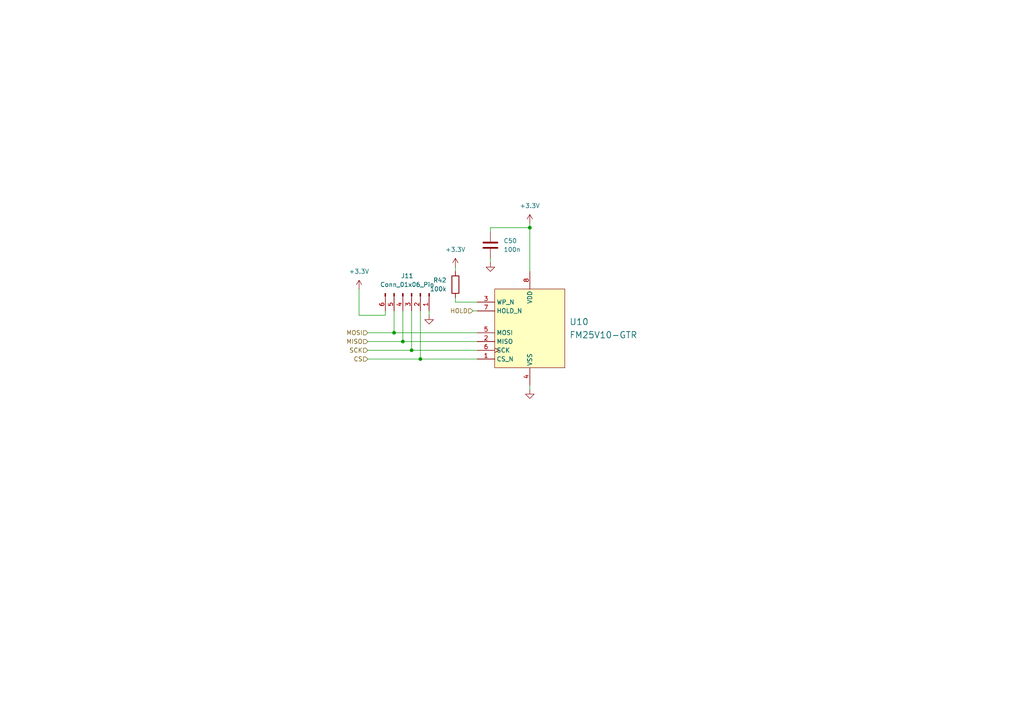
<source format=kicad_sch>
(kicad_sch
	(version 20250114)
	(generator "eeschema")
	(generator_version "9.0")
	(uuid "01ea2727-5f09-4360-ac7c-7ec4e51b781c")
	(paper "A4")
	(lib_symbols
		(symbol "Connector:Conn_01x06_Pin"
			(pin_names
				(offset 1.016)
				(hide yes)
			)
			(exclude_from_sim no)
			(in_bom yes)
			(on_board yes)
			(property "Reference" "J"
				(at 0 7.62 0)
				(effects
					(font
						(size 1.27 1.27)
					)
				)
			)
			(property "Value" "Conn_01x06_Pin"
				(at 0 -10.16 0)
				(effects
					(font
						(size 1.27 1.27)
					)
				)
			)
			(property "Footprint" ""
				(at 0 0 0)
				(effects
					(font
						(size 1.27 1.27)
					)
					(hide yes)
				)
			)
			(property "Datasheet" "~"
				(at 0 0 0)
				(effects
					(font
						(size 1.27 1.27)
					)
					(hide yes)
				)
			)
			(property "Description" "Generic connector, single row, 01x06, script generated"
				(at 0 0 0)
				(effects
					(font
						(size 1.27 1.27)
					)
					(hide yes)
				)
			)
			(property "ki_locked" ""
				(at 0 0 0)
				(effects
					(font
						(size 1.27 1.27)
					)
				)
			)
			(property "ki_keywords" "connector"
				(at 0 0 0)
				(effects
					(font
						(size 1.27 1.27)
					)
					(hide yes)
				)
			)
			(property "ki_fp_filters" "Connector*:*_1x??_*"
				(at 0 0 0)
				(effects
					(font
						(size 1.27 1.27)
					)
					(hide yes)
				)
			)
			(symbol "Conn_01x06_Pin_1_1"
				(rectangle
					(start 0.8636 5.207)
					(end 0 4.953)
					(stroke
						(width 0.1524)
						(type default)
					)
					(fill
						(type outline)
					)
				)
				(rectangle
					(start 0.8636 2.667)
					(end 0 2.413)
					(stroke
						(width 0.1524)
						(type default)
					)
					(fill
						(type outline)
					)
				)
				(rectangle
					(start 0.8636 0.127)
					(end 0 -0.127)
					(stroke
						(width 0.1524)
						(type default)
					)
					(fill
						(type outline)
					)
				)
				(rectangle
					(start 0.8636 -2.413)
					(end 0 -2.667)
					(stroke
						(width 0.1524)
						(type default)
					)
					(fill
						(type outline)
					)
				)
				(rectangle
					(start 0.8636 -4.953)
					(end 0 -5.207)
					(stroke
						(width 0.1524)
						(type default)
					)
					(fill
						(type outline)
					)
				)
				(rectangle
					(start 0.8636 -7.493)
					(end 0 -7.747)
					(stroke
						(width 0.1524)
						(type default)
					)
					(fill
						(type outline)
					)
				)
				(polyline
					(pts
						(xy 1.27 5.08) (xy 0.8636 5.08)
					)
					(stroke
						(width 0.1524)
						(type default)
					)
					(fill
						(type none)
					)
				)
				(polyline
					(pts
						(xy 1.27 2.54) (xy 0.8636 2.54)
					)
					(stroke
						(width 0.1524)
						(type default)
					)
					(fill
						(type none)
					)
				)
				(polyline
					(pts
						(xy 1.27 0) (xy 0.8636 0)
					)
					(stroke
						(width 0.1524)
						(type default)
					)
					(fill
						(type none)
					)
				)
				(polyline
					(pts
						(xy 1.27 -2.54) (xy 0.8636 -2.54)
					)
					(stroke
						(width 0.1524)
						(type default)
					)
					(fill
						(type none)
					)
				)
				(polyline
					(pts
						(xy 1.27 -5.08) (xy 0.8636 -5.08)
					)
					(stroke
						(width 0.1524)
						(type default)
					)
					(fill
						(type none)
					)
				)
				(polyline
					(pts
						(xy 1.27 -7.62) (xy 0.8636 -7.62)
					)
					(stroke
						(width 0.1524)
						(type default)
					)
					(fill
						(type none)
					)
				)
				(pin passive line
					(at 5.08 5.08 180)
					(length 3.81)
					(name "Pin_1"
						(effects
							(font
								(size 1.27 1.27)
							)
						)
					)
					(number "1"
						(effects
							(font
								(size 1.27 1.27)
							)
						)
					)
				)
				(pin passive line
					(at 5.08 2.54 180)
					(length 3.81)
					(name "Pin_2"
						(effects
							(font
								(size 1.27 1.27)
							)
						)
					)
					(number "2"
						(effects
							(font
								(size 1.27 1.27)
							)
						)
					)
				)
				(pin passive line
					(at 5.08 0 180)
					(length 3.81)
					(name "Pin_3"
						(effects
							(font
								(size 1.27 1.27)
							)
						)
					)
					(number "3"
						(effects
							(font
								(size 1.27 1.27)
							)
						)
					)
				)
				(pin passive line
					(at 5.08 -2.54 180)
					(length 3.81)
					(name "Pin_4"
						(effects
							(font
								(size 1.27 1.27)
							)
						)
					)
					(number "4"
						(effects
							(font
								(size 1.27 1.27)
							)
						)
					)
				)
				(pin passive line
					(at 5.08 -5.08 180)
					(length 3.81)
					(name "Pin_5"
						(effects
							(font
								(size 1.27 1.27)
							)
						)
					)
					(number "5"
						(effects
							(font
								(size 1.27 1.27)
							)
						)
					)
				)
				(pin passive line
					(at 5.08 -7.62 180)
					(length 3.81)
					(name "Pin_6"
						(effects
							(font
								(size 1.27 1.27)
							)
						)
					)
					(number "6"
						(effects
							(font
								(size 1.27 1.27)
							)
						)
					)
				)
			)
			(embedded_fonts no)
		)
		(symbol "Device:C"
			(pin_numbers
				(hide yes)
			)
			(pin_names
				(offset 0.254)
			)
			(exclude_from_sim no)
			(in_bom yes)
			(on_board yes)
			(property "Reference" "C"
				(at 0.635 2.54 0)
				(effects
					(font
						(size 1.27 1.27)
					)
					(justify left)
				)
			)
			(property "Value" "C"
				(at 0.635 -2.54 0)
				(effects
					(font
						(size 1.27 1.27)
					)
					(justify left)
				)
			)
			(property "Footprint" ""
				(at 0.9652 -3.81 0)
				(effects
					(font
						(size 1.27 1.27)
					)
					(hide yes)
				)
			)
			(property "Datasheet" "~"
				(at 0 0 0)
				(effects
					(font
						(size 1.27 1.27)
					)
					(hide yes)
				)
			)
			(property "Description" "Unpolarized capacitor"
				(at 0 0 0)
				(effects
					(font
						(size 1.27 1.27)
					)
					(hide yes)
				)
			)
			(property "ki_keywords" "cap capacitor"
				(at 0 0 0)
				(effects
					(font
						(size 1.27 1.27)
					)
					(hide yes)
				)
			)
			(property "ki_fp_filters" "C_*"
				(at 0 0 0)
				(effects
					(font
						(size 1.27 1.27)
					)
					(hide yes)
				)
			)
			(symbol "C_0_1"
				(polyline
					(pts
						(xy -2.032 0.762) (xy 2.032 0.762)
					)
					(stroke
						(width 0.508)
						(type default)
					)
					(fill
						(type none)
					)
				)
				(polyline
					(pts
						(xy -2.032 -0.762) (xy 2.032 -0.762)
					)
					(stroke
						(width 0.508)
						(type default)
					)
					(fill
						(type none)
					)
				)
			)
			(symbol "C_1_1"
				(pin passive line
					(at 0 3.81 270)
					(length 2.794)
					(name "~"
						(effects
							(font
								(size 1.27 1.27)
							)
						)
					)
					(number "1"
						(effects
							(font
								(size 1.27 1.27)
							)
						)
					)
				)
				(pin passive line
					(at 0 -3.81 90)
					(length 2.794)
					(name "~"
						(effects
							(font
								(size 1.27 1.27)
							)
						)
					)
					(number "2"
						(effects
							(font
								(size 1.27 1.27)
							)
						)
					)
				)
			)
			(embedded_fonts no)
		)
		(symbol "Device:R"
			(pin_numbers
				(hide yes)
			)
			(pin_names
				(offset 0)
			)
			(exclude_from_sim no)
			(in_bom yes)
			(on_board yes)
			(property "Reference" "R"
				(at 2.032 0 90)
				(effects
					(font
						(size 1.27 1.27)
					)
				)
			)
			(property "Value" "R"
				(at 0 0 90)
				(effects
					(font
						(size 1.27 1.27)
					)
				)
			)
			(property "Footprint" ""
				(at -1.778 0 90)
				(effects
					(font
						(size 1.27 1.27)
					)
					(hide yes)
				)
			)
			(property "Datasheet" "~"
				(at 0 0 0)
				(effects
					(font
						(size 1.27 1.27)
					)
					(hide yes)
				)
			)
			(property "Description" "Resistor"
				(at 0 0 0)
				(effects
					(font
						(size 1.27 1.27)
					)
					(hide yes)
				)
			)
			(property "ki_keywords" "R res resistor"
				(at 0 0 0)
				(effects
					(font
						(size 1.27 1.27)
					)
					(hide yes)
				)
			)
			(property "ki_fp_filters" "R_*"
				(at 0 0 0)
				(effects
					(font
						(size 1.27 1.27)
					)
					(hide yes)
				)
			)
			(symbol "R_0_1"
				(rectangle
					(start -1.016 -2.54)
					(end 1.016 2.54)
					(stroke
						(width 0.254)
						(type default)
					)
					(fill
						(type none)
					)
				)
			)
			(symbol "R_1_1"
				(pin passive line
					(at 0 3.81 270)
					(length 1.27)
					(name "~"
						(effects
							(font
								(size 1.27 1.27)
							)
						)
					)
					(number "1"
						(effects
							(font
								(size 1.27 1.27)
							)
						)
					)
				)
				(pin passive line
					(at 0 -3.81 90)
					(length 1.27)
					(name "~"
						(effects
							(font
								(size 1.27 1.27)
							)
						)
					)
					(number "2"
						(effects
							(font
								(size 1.27 1.27)
							)
						)
					)
				)
			)
			(embedded_fonts no)
		)
		(symbol "Tutor_Common_Parts:FM25V10-GTR"
			(exclude_from_sim no)
			(in_bom yes)
			(on_board yes)
			(property "Reference" "U"
				(at 0 0 0)
				(effects
					(font
						(size 1.8288 1.8288)
					)
				)
			)
			(property "Value" "FM25V10-GTR"
				(at 10.16 -25.654 0)
				(effects
					(font
						(size 1.8288 1.8288)
					)
					(justify left bottom)
				)
			)
			(property "Footprint" "Package_SO:SOIC-8_3.9x4.9mm_P1.27mm"
				(at 0 0 0)
				(effects
					(font
						(size 1.27 1.27)
					)
					(hide yes)
				)
			)
			(property "Datasheet" "https://www.infineon.com/dgdl/Infineon-FM25V10_1-Mbit_(128_K_8)_Serial_(SPI)_F-RAM-DataSheet-v12_00-EN.pdf?fileId=8ac78c8c7d0d8da4017d0ebe03d63127&utm_source=cypress&utm_medium=referral&utm_campaign=202110_globe_en_all_integration-files"
				(at 0 0 0)
				(effects
					(font
						(size 1.27 1.27)
					)
					(hide yes)
				)
			)
			(property "Description" "4-Kbit (512 × 8) Serial (SPI) F-RAM"
				(at 0 0 0)
				(effects
					(font
						(size 1.27 1.27)
					)
					(hide yes)
				)
			)
			(property "PackageReference" "PG-DSO-8-802"
				(at -1.27 -6.35 0)
				(effects
					(font
						(size 1.8288 1.8288)
					)
					(justify left bottom)
					(hide yes)
				)
			)
			(property "Manufacturer" "Infineon Technologies"
				(at -1.27 -6.35 0)
				(effects
					(font
						(size 1.8288 1.8288)
					)
					(justify left bottom)
					(hide yes)
				)
			)
			(property "Manufacturer Order Number" "FM25V10-GTR"
				(at -1.27 -6.35 0)
				(effects
					(font
						(size 1.8288 1.8288)
					)
					(justify left bottom)
					(hide yes)
				)
			)
			(symbol "FM25V10-GTR_1_0"
				(rectangle
					(start 20.32 0)
					(end 0 -22.86)
					(stroke
						(width 0)
						(type solid)
						(color 128 0 0 1)
					)
					(fill
						(type background)
					)
				)
				(pin input line
					(at -5.08 -3.81 0)
					(length 5.08)
					(name "WP_N"
						(effects
							(font
								(size 1.27 1.27)
							)
						)
					)
					(number "3"
						(effects
							(font
								(size 1.27 1.27)
							)
						)
					)
				)
				(pin input line
					(at -5.08 -6.35 0)
					(length 5.08)
					(name "HOLD_N"
						(effects
							(font
								(size 1.27 1.27)
							)
						)
					)
					(number "7"
						(effects
							(font
								(size 1.27 1.27)
							)
						)
					)
				)
				(pin input line
					(at -5.08 -12.7 0)
					(length 5.08)
					(name "MOSI"
						(effects
							(font
								(size 1.27 1.27)
							)
						)
					)
					(number "5"
						(effects
							(font
								(size 1.27 1.27)
							)
						)
					)
				)
				(pin output line
					(at -5.08 -15.24 0)
					(length 5.08)
					(name "MISO"
						(effects
							(font
								(size 1.27 1.27)
							)
						)
					)
					(number "2"
						(effects
							(font
								(size 1.27 1.27)
							)
						)
					)
				)
				(pin input clock
					(at -5.08 -17.78 0)
					(length 5.08)
					(name "SCK"
						(effects
							(font
								(size 1.27 1.27)
							)
						)
					)
					(number "6"
						(effects
							(font
								(size 1.27 1.27)
							)
						)
					)
				)
				(pin input line
					(at -5.08 -20.32 0)
					(length 5.08)
					(name "CS_N"
						(effects
							(font
								(size 1.27 1.27)
							)
						)
					)
					(number "1"
						(effects
							(font
								(size 1.27 1.27)
							)
						)
					)
				)
				(pin power_in line
					(at 10.16 5.08 270)
					(length 5.08)
					(name "VDD"
						(effects
							(font
								(size 1.27 1.27)
							)
						)
					)
					(number "8"
						(effects
							(font
								(size 1.27 1.27)
							)
						)
					)
				)
				(pin power_in line
					(at 10.16 -27.94 90)
					(length 5.08)
					(name "VSS"
						(effects
							(font
								(size 1.27 1.27)
							)
						)
					)
					(number "4"
						(effects
							(font
								(size 1.27 1.27)
							)
						)
					)
				)
			)
			(embedded_fonts no)
		)
		(symbol "power:+3.3V"
			(power)
			(pin_numbers
				(hide yes)
			)
			(pin_names
				(offset 0)
				(hide yes)
			)
			(exclude_from_sim no)
			(in_bom yes)
			(on_board yes)
			(property "Reference" "#PWR"
				(at 0 -3.81 0)
				(effects
					(font
						(size 1.27 1.27)
					)
					(hide yes)
				)
			)
			(property "Value" "+3.3V"
				(at 0 3.556 0)
				(effects
					(font
						(size 1.27 1.27)
					)
				)
			)
			(property "Footprint" ""
				(at 0 0 0)
				(effects
					(font
						(size 1.27 1.27)
					)
					(hide yes)
				)
			)
			(property "Datasheet" ""
				(at 0 0 0)
				(effects
					(font
						(size 1.27 1.27)
					)
					(hide yes)
				)
			)
			(property "Description" "Power symbol creates a global label with name \"+3.3V\""
				(at 0 0 0)
				(effects
					(font
						(size 1.27 1.27)
					)
					(hide yes)
				)
			)
			(property "ki_keywords" "global power"
				(at 0 0 0)
				(effects
					(font
						(size 1.27 1.27)
					)
					(hide yes)
				)
			)
			(symbol "+3.3V_0_1"
				(polyline
					(pts
						(xy -0.762 1.27) (xy 0 2.54)
					)
					(stroke
						(width 0)
						(type default)
					)
					(fill
						(type none)
					)
				)
				(polyline
					(pts
						(xy 0 2.54) (xy 0.762 1.27)
					)
					(stroke
						(width 0)
						(type default)
					)
					(fill
						(type none)
					)
				)
				(polyline
					(pts
						(xy 0 0) (xy 0 2.54)
					)
					(stroke
						(width 0)
						(type default)
					)
					(fill
						(type none)
					)
				)
			)
			(symbol "+3.3V_1_1"
				(pin power_in line
					(at 0 0 90)
					(length 0)
					(name "~"
						(effects
							(font
								(size 1.27 1.27)
							)
						)
					)
					(number "1"
						(effects
							(font
								(size 1.27 1.27)
							)
						)
					)
				)
			)
			(embedded_fonts no)
		)
		(symbol "power:GND"
			(power)
			(pin_numbers
				(hide yes)
			)
			(pin_names
				(offset 0)
				(hide yes)
			)
			(exclude_from_sim no)
			(in_bom yes)
			(on_board yes)
			(property "Reference" "#PWR"
				(at 0 -6.35 0)
				(effects
					(font
						(size 1.27 1.27)
					)
					(hide yes)
				)
			)
			(property "Value" "GND"
				(at 0 -3.81 0)
				(effects
					(font
						(size 1.27 1.27)
					)
				)
			)
			(property "Footprint" ""
				(at 0 0 0)
				(effects
					(font
						(size 1.27 1.27)
					)
					(hide yes)
				)
			)
			(property "Datasheet" ""
				(at 0 0 0)
				(effects
					(font
						(size 1.27 1.27)
					)
					(hide yes)
				)
			)
			(property "Description" "Power symbol creates a global label with name \"GND\" , ground"
				(at 0 0 0)
				(effects
					(font
						(size 1.27 1.27)
					)
					(hide yes)
				)
			)
			(property "ki_keywords" "global power"
				(at 0 0 0)
				(effects
					(font
						(size 1.27 1.27)
					)
					(hide yes)
				)
			)
			(symbol "GND_0_1"
				(polyline
					(pts
						(xy 0 0) (xy 0 -1.27) (xy 1.27 -1.27) (xy 0 -2.54) (xy -1.27 -1.27) (xy 0 -1.27)
					)
					(stroke
						(width 0)
						(type default)
					)
					(fill
						(type none)
					)
				)
			)
			(symbol "GND_1_1"
				(pin power_in line
					(at 0 0 270)
					(length 0)
					(name "~"
						(effects
							(font
								(size 1.27 1.27)
							)
						)
					)
					(number "1"
						(effects
							(font
								(size 1.27 1.27)
							)
						)
					)
				)
			)
			(embedded_fonts no)
		)
	)
	(junction
		(at 153.67 66.04)
		(diameter 0)
		(color 0 0 0 0)
		(uuid "1d0be9c3-24ca-4429-aa31-b18741d9f4a8")
	)
	(junction
		(at 121.92 104.14)
		(diameter 0)
		(color 0 0 0 0)
		(uuid "29cc4237-38ba-406f-a4c4-2bfa2f3fad39")
	)
	(junction
		(at 116.84 99.06)
		(diameter 0)
		(color 0 0 0 0)
		(uuid "43e58ae3-e4e3-4633-bf51-b14c57664a3a")
	)
	(junction
		(at 114.3 96.52)
		(diameter 0)
		(color 0 0 0 0)
		(uuid "44130def-f33f-414b-b8b4-c4407a3e3c4c")
	)
	(junction
		(at 119.38 101.6)
		(diameter 0)
		(color 0 0 0 0)
		(uuid "73e495b3-91ac-42ab-aa06-4deb1bad2687")
	)
	(wire
		(pts
			(xy 106.68 101.6) (xy 119.38 101.6)
		)
		(stroke
			(width 0)
			(type default)
		)
		(uuid "039a9df7-a3e3-440c-b873-c39ce86e32c3")
	)
	(wire
		(pts
			(xy 106.68 99.06) (xy 116.84 99.06)
		)
		(stroke
			(width 0)
			(type default)
		)
		(uuid "08b0b0a0-21af-46e2-9f22-50da4b9b4749")
	)
	(wire
		(pts
			(xy 106.68 96.52) (xy 114.3 96.52)
		)
		(stroke
			(width 0)
			(type default)
		)
		(uuid "0e024961-ce5f-4a02-a004-1b3ded1a1439")
	)
	(wire
		(pts
			(xy 153.67 64.77) (xy 153.67 66.04)
		)
		(stroke
			(width 0)
			(type default)
		)
		(uuid "13373378-f611-45a6-8b0e-831a84fd9c11")
	)
	(wire
		(pts
			(xy 119.38 101.6) (xy 138.43 101.6)
		)
		(stroke
			(width 0)
			(type default)
		)
		(uuid "15148d64-0975-41dc-9239-40ed2aeb8298")
	)
	(wire
		(pts
			(xy 111.76 91.44) (xy 111.76 90.17)
		)
		(stroke
			(width 0)
			(type default)
		)
		(uuid "19dbb583-d151-4405-b31b-b307d66d8a36")
	)
	(wire
		(pts
			(xy 142.24 66.04) (xy 153.67 66.04)
		)
		(stroke
			(width 0)
			(type default)
		)
		(uuid "326bb9d1-c971-4f9b-97a2-a61a1efd1cd6")
	)
	(wire
		(pts
			(xy 114.3 90.17) (xy 114.3 96.52)
		)
		(stroke
			(width 0)
			(type default)
		)
		(uuid "3beeb6f6-5d3c-4a39-b3ff-1f8730b7adc6")
	)
	(wire
		(pts
			(xy 104.14 83.82) (xy 104.14 91.44)
		)
		(stroke
			(width 0)
			(type default)
		)
		(uuid "3d7977b5-3cb9-4d87-973f-e65ecf0dde92")
	)
	(wire
		(pts
			(xy 114.3 96.52) (xy 138.43 96.52)
		)
		(stroke
			(width 0)
			(type default)
		)
		(uuid "3dc2354a-efb0-4029-a12e-f8c99f270c52")
	)
	(wire
		(pts
			(xy 137.16 90.17) (xy 138.43 90.17)
		)
		(stroke
			(width 0)
			(type default)
		)
		(uuid "5f7e3996-545e-4a9c-b795-fae7557a2be2")
	)
	(wire
		(pts
			(xy 116.84 99.06) (xy 138.43 99.06)
		)
		(stroke
			(width 0)
			(type default)
		)
		(uuid "61ae781b-e897-4972-a718-6b6a5e2d1b6e")
	)
	(wire
		(pts
			(xy 153.67 111.76) (xy 153.67 113.03)
		)
		(stroke
			(width 0)
			(type default)
		)
		(uuid "64f9cfa6-f5fe-42c8-a8e8-8acfa2f017f6")
	)
	(wire
		(pts
			(xy 119.38 90.17) (xy 119.38 101.6)
		)
		(stroke
			(width 0)
			(type default)
		)
		(uuid "6d30d60c-8e76-4fd7-9070-77a134c683cc")
	)
	(wire
		(pts
			(xy 104.14 91.44) (xy 111.76 91.44)
		)
		(stroke
			(width 0)
			(type default)
		)
		(uuid "74ffe905-5c8f-48df-b4c7-08b4fcfcd063")
	)
	(wire
		(pts
			(xy 132.08 86.36) (xy 132.08 87.63)
		)
		(stroke
			(width 0)
			(type default)
		)
		(uuid "7c3391dc-0732-467c-a843-4e2e88f93e3c")
	)
	(wire
		(pts
			(xy 153.67 66.04) (xy 153.67 78.74)
		)
		(stroke
			(width 0)
			(type default)
		)
		(uuid "99a3be9e-cf14-4869-989c-8de10ac7201c")
	)
	(wire
		(pts
			(xy 132.08 87.63) (xy 138.43 87.63)
		)
		(stroke
			(width 0)
			(type default)
		)
		(uuid "9e60a3c1-ec2f-4864-9a2d-868db8f59b30")
	)
	(wire
		(pts
			(xy 121.92 104.14) (xy 138.43 104.14)
		)
		(stroke
			(width 0)
			(type default)
		)
		(uuid "a2cc09c4-80d8-4b32-b01f-2ced89cd3cef")
	)
	(wire
		(pts
			(xy 142.24 67.31) (xy 142.24 66.04)
		)
		(stroke
			(width 0)
			(type default)
		)
		(uuid "a93b333b-7bf0-41ef-a7b7-7b8954ffdbb5")
	)
	(wire
		(pts
			(xy 124.46 90.17) (xy 124.46 91.44)
		)
		(stroke
			(width 0)
			(type default)
		)
		(uuid "a9f231b8-d78f-45f2-abce-40b5c038504e")
	)
	(wire
		(pts
			(xy 132.08 77.47) (xy 132.08 78.74)
		)
		(stroke
			(width 0)
			(type default)
		)
		(uuid "abfe5325-ffba-462b-bfc1-bccb6afa9d8e")
	)
	(wire
		(pts
			(xy 116.84 90.17) (xy 116.84 99.06)
		)
		(stroke
			(width 0)
			(type default)
		)
		(uuid "cf4a64a5-6279-433f-9137-176bfebc90a9")
	)
	(wire
		(pts
			(xy 106.68 104.14) (xy 121.92 104.14)
		)
		(stroke
			(width 0)
			(type default)
		)
		(uuid "e20e9b60-663a-4a59-aaa0-5b3fe6318880")
	)
	(wire
		(pts
			(xy 121.92 90.17) (xy 121.92 104.14)
		)
		(stroke
			(width 0)
			(type default)
		)
		(uuid "f7b16cc1-62fc-4b01-a278-ea548ca11832")
	)
	(wire
		(pts
			(xy 142.24 74.93) (xy 142.24 76.2)
		)
		(stroke
			(width 0)
			(type default)
		)
		(uuid "fb6bab0b-0ba9-4dac-83b3-583c43d5538d")
	)
	(hierarchical_label "MISO"
		(shape input)
		(at 106.68 99.06 180)
		(effects
			(font
				(size 1.27 1.27)
			)
			(justify right)
		)
		(uuid "23ef69b8-618f-4bdb-816d-6658b0a9e8a4")
	)
	(hierarchical_label "MOSI"
		(shape input)
		(at 106.68 96.52 180)
		(effects
			(font
				(size 1.27 1.27)
			)
			(justify right)
		)
		(uuid "9ad51dd3-f605-4060-a7f5-324ecacc2de8")
	)
	(hierarchical_label "CS"
		(shape input)
		(at 106.68 104.14 180)
		(effects
			(font
				(size 1.27 1.27)
			)
			(justify right)
		)
		(uuid "ac70f93d-6f90-44d1-a1c1-e7f0c3789d7d")
	)
	(hierarchical_label "SCK"
		(shape input)
		(at 106.68 101.6 180)
		(effects
			(font
				(size 1.27 1.27)
			)
			(justify right)
		)
		(uuid "ac9e320a-5e60-4bd6-b764-5a1ffc37901f")
	)
	(hierarchical_label "HOLD"
		(shape input)
		(at 137.16 90.17 180)
		(effects
			(font
				(size 1.27 1.27)
			)
			(justify right)
		)
		(uuid "b647b194-5fc8-40b8-8fa1-dd1aa603c59e")
	)
	(symbol
		(lib_id "Connector:Conn_01x06_Pin")
		(at 119.38 85.09 270)
		(unit 1)
		(exclude_from_sim no)
		(in_bom yes)
		(on_board yes)
		(dnp no)
		(fields_autoplaced yes)
		(uuid "1db9b449-c196-4703-a054-1824a46c2091")
		(property "Reference" "J11"
			(at 118.11 80.01 90)
			(effects
				(font
					(size 1.27 1.27)
				)
			)
		)
		(property "Value" "Conn_01x06_Pin"
			(at 118.11 82.55 90)
			(effects
				(font
					(size 1.27 1.27)
				)
			)
		)
		(property "Footprint" "Connector_PinHeader_2.54mm:PinHeader_1x06_P2.54mm_Vertical"
			(at 119.38 85.09 0)
			(effects
				(font
					(size 1.27 1.27)
				)
				(hide yes)
			)
		)
		(property "Datasheet" "~"
			(at 119.38 85.09 0)
			(effects
				(font
					(size 1.27 1.27)
				)
				(hide yes)
			)
		)
		(property "Description" "Generic connector, single row, 01x06, script generated"
			(at 119.38 85.09 0)
			(effects
				(font
					(size 1.27 1.27)
				)
				(hide yes)
			)
		)
		(pin "6"
			(uuid "f6c70078-3848-4967-8e53-ba32adf2c6b2")
		)
		(pin "3"
			(uuid "f2f36288-e325-490f-b07d-7ba58ac0809a")
		)
		(pin "4"
			(uuid "3ed51403-d725-4674-91af-8a11610e3400")
		)
		(pin "5"
			(uuid "507cd867-31d8-43f3-be65-87aebf94c565")
		)
		(pin "2"
			(uuid "e39be4f2-b540-4ba5-8454-e5936285cf79")
		)
		(pin "1"
			(uuid "7b0caaf9-da1e-4582-8e90-37392083fb87")
		)
		(instances
			(project ""
				(path "/519cd8d4-bb93-4bd2-8d6d-fc5bc7100516/ae5ab738-6cc7-4a7c-a3a7-6fe329250f12"
					(reference "J11")
					(unit 1)
				)
			)
		)
	)
	(symbol
		(lib_id "power:GND")
		(at 124.46 91.44 0)
		(unit 1)
		(exclude_from_sim no)
		(in_bom yes)
		(on_board yes)
		(dnp no)
		(fields_autoplaced yes)
		(uuid "324a6b81-8214-494d-adfa-6b0d491d9da5")
		(property "Reference" "#PWR090"
			(at 124.46 97.79 0)
			(effects
				(font
					(size 1.27 1.27)
				)
				(hide yes)
			)
		)
		(property "Value" "GND"
			(at 124.46 96.52 0)
			(effects
				(font
					(size 1.27 1.27)
				)
				(hide yes)
			)
		)
		(property "Footprint" ""
			(at 124.46 91.44 0)
			(effects
				(font
					(size 1.27 1.27)
				)
				(hide yes)
			)
		)
		(property "Datasheet" ""
			(at 124.46 91.44 0)
			(effects
				(font
					(size 1.27 1.27)
				)
				(hide yes)
			)
		)
		(property "Description" "Power symbol creates a global label with name \"GND\" , ground"
			(at 124.46 91.44 0)
			(effects
				(font
					(size 1.27 1.27)
				)
				(hide yes)
			)
		)
		(pin "1"
			(uuid "efc9c598-a467-41cb-ae8f-ee85e0cf7486")
		)
		(instances
			(project "Input_Eve_V1.0"
				(path "/519cd8d4-bb93-4bd2-8d6d-fc5bc7100516/ae5ab738-6cc7-4a7c-a3a7-6fe329250f12"
					(reference "#PWR090")
					(unit 1)
				)
			)
		)
	)
	(symbol
		(lib_id "power:GND")
		(at 153.67 113.03 0)
		(unit 1)
		(exclude_from_sim no)
		(in_bom yes)
		(on_board yes)
		(dnp no)
		(fields_autoplaced yes)
		(uuid "4dc6c59b-86b9-49b6-94db-975b5ecee35a")
		(property "Reference" "#PWR091"
			(at 153.67 119.38 0)
			(effects
				(font
					(size 1.27 1.27)
				)
				(hide yes)
			)
		)
		(property "Value" "GND"
			(at 153.67 118.11 0)
			(effects
				(font
					(size 1.27 1.27)
				)
				(hide yes)
			)
		)
		(property "Footprint" ""
			(at 153.67 113.03 0)
			(effects
				(font
					(size 1.27 1.27)
				)
				(hide yes)
			)
		)
		(property "Datasheet" ""
			(at 153.67 113.03 0)
			(effects
				(font
					(size 1.27 1.27)
				)
				(hide yes)
			)
		)
		(property "Description" "Power symbol creates a global label with name \"GND\" , ground"
			(at 153.67 113.03 0)
			(effects
				(font
					(size 1.27 1.27)
				)
				(hide yes)
			)
		)
		(pin "1"
			(uuid "1b6fe059-2732-454d-9186-8338af26c0ce")
		)
		(instances
			(project "Input_Eve_V1.0"
				(path "/519cd8d4-bb93-4bd2-8d6d-fc5bc7100516/ae5ab738-6cc7-4a7c-a3a7-6fe329250f12"
					(reference "#PWR091")
					(unit 1)
				)
			)
		)
	)
	(symbol
		(lib_id "Tutor_Common_Parts:FM25V10-GTR")
		(at 143.51 83.82 0)
		(unit 1)
		(exclude_from_sim no)
		(in_bom yes)
		(on_board yes)
		(dnp no)
		(fields_autoplaced yes)
		(uuid "5e82a768-b767-426b-8a76-bf9c006a01d6")
		(property "Reference" "U10"
			(at 165.1 93.3449 0)
			(effects
				(font
					(size 1.8288 1.8288)
				)
				(justify left)
			)
		)
		(property "Value" "FM25V10-GTR"
			(at 165.1 97.1549 0)
			(effects
				(font
					(size 1.8288 1.8288)
				)
				(justify left)
			)
		)
		(property "Footprint" "Package_SO:SOIC-8_3.9x4.9mm_P1.27mm"
			(at 143.51 83.82 0)
			(effects
				(font
					(size 1.27 1.27)
				)
				(hide yes)
			)
		)
		(property "Datasheet" "https://www.infineon.com/dgdl/Infineon-FM25V10_1-Mbit_(128_K_8)_Serial_(SPI)_F-RAM-DataSheet-v12_00-EN.pdf?fileId=8ac78c8c7d0d8da4017d0ebe03d63127&utm_source=cypress&utm_medium=referral&utm_campaign=202110_globe_en_all_integration-files"
			(at 143.51 83.82 0)
			(effects
				(font
					(size 1.27 1.27)
				)
				(hide yes)
			)
		)
		(property "Description" "4-Kbit (512 × 8) Serial (SPI) F-RAM"
			(at 143.51 83.82 0)
			(effects
				(font
					(size 1.27 1.27)
				)
				(hide yes)
			)
		)
		(property "PackageReference" "PG-DSO-8-802"
			(at 142.24 90.17 0)
			(effects
				(font
					(size 1.8288 1.8288)
				)
				(justify left bottom)
				(hide yes)
			)
		)
		(property "Manufacturer" "Infineon Technologies"
			(at 142.24 90.17 0)
			(effects
				(font
					(size 1.8288 1.8288)
				)
				(justify left bottom)
				(hide yes)
			)
		)
		(property "Manufacturer Order Number" "FM25V10-GTR"
			(at 142.24 90.17 0)
			(effects
				(font
					(size 1.8288 1.8288)
				)
				(justify left bottom)
				(hide yes)
			)
		)
		(pin "2"
			(uuid "c3f7d338-c613-46a9-9299-0ec36fc467f6")
		)
		(pin "3"
			(uuid "656c7d6b-a1c7-4375-9f5f-c91fe25ebb63")
		)
		(pin "7"
			(uuid "56ff8366-19ca-4bfe-a4d1-dbea8f8ed808")
		)
		(pin "1"
			(uuid "10346687-4266-49a6-8178-429c921a5776")
		)
		(pin "4"
			(uuid "d203bd0c-0b36-4d2c-a2d4-5d48cb461761")
		)
		(pin "5"
			(uuid "f7385674-9921-4ca4-89cf-85a703caa5c3")
		)
		(pin "8"
			(uuid "e7e3be4a-90f0-44f1-bacd-1a5cd77f2d82")
		)
		(pin "6"
			(uuid "6ce0d32b-ecbf-4ae4-aaab-9700530be299")
		)
		(instances
			(project ""
				(path "/519cd8d4-bb93-4bd2-8d6d-fc5bc7100516/ae5ab738-6cc7-4a7c-a3a7-6fe329250f12"
					(reference "U10")
					(unit 1)
				)
			)
		)
	)
	(symbol
		(lib_id "Device:C")
		(at 142.24 71.12 0)
		(unit 1)
		(exclude_from_sim no)
		(in_bom yes)
		(on_board yes)
		(dnp no)
		(fields_autoplaced yes)
		(uuid "63ae5014-62c6-4369-9bdb-e3256a19705f")
		(property "Reference" "C50"
			(at 146.05 69.8499 0)
			(effects
				(font
					(size 1.27 1.27)
				)
				(justify left)
			)
		)
		(property "Value" "100n"
			(at 146.05 72.3899 0)
			(effects
				(font
					(size 1.27 1.27)
				)
				(justify left)
			)
		)
		(property "Footprint" "Capacitor_SMD:C_0402_1005Metric"
			(at 143.2052 74.93 0)
			(effects
				(font
					(size 1.27 1.27)
				)
				(hide yes)
			)
		)
		(property "Datasheet" "~"
			(at 142.24 71.12 0)
			(effects
				(font
					(size 1.27 1.27)
				)
				(hide yes)
			)
		)
		(property "Description" "Unpolarized capacitor"
			(at 142.24 71.12 0)
			(effects
				(font
					(size 1.27 1.27)
				)
				(hide yes)
			)
		)
		(pin "1"
			(uuid "f9255e47-3dbe-4bc8-981e-6a520b1012b2")
		)
		(pin "2"
			(uuid "9c38f26e-c762-4ae5-84f0-c51f02a4590e")
		)
		(instances
			(project ""
				(path "/519cd8d4-bb93-4bd2-8d6d-fc5bc7100516/ae5ab738-6cc7-4a7c-a3a7-6fe329250f12"
					(reference "C50")
					(unit 1)
				)
			)
		)
	)
	(symbol
		(lib_id "power:GND")
		(at 142.24 76.2 0)
		(unit 1)
		(exclude_from_sim no)
		(in_bom yes)
		(on_board yes)
		(dnp no)
		(fields_autoplaced yes)
		(uuid "6d3e90f9-7066-4ffc-999c-6972e1c7fa10")
		(property "Reference" "#PWR087"
			(at 142.24 82.55 0)
			(effects
				(font
					(size 1.27 1.27)
				)
				(hide yes)
			)
		)
		(property "Value" "GND"
			(at 142.24 81.28 0)
			(effects
				(font
					(size 1.27 1.27)
				)
				(hide yes)
			)
		)
		(property "Footprint" ""
			(at 142.24 76.2 0)
			(effects
				(font
					(size 1.27 1.27)
				)
				(hide yes)
			)
		)
		(property "Datasheet" ""
			(at 142.24 76.2 0)
			(effects
				(font
					(size 1.27 1.27)
				)
				(hide yes)
			)
		)
		(property "Description" "Power symbol creates a global label with name \"GND\" , ground"
			(at 142.24 76.2 0)
			(effects
				(font
					(size 1.27 1.27)
				)
				(hide yes)
			)
		)
		(pin "1"
			(uuid "ef5c15f5-37fe-4699-9e2a-4628d1375c4a")
		)
		(instances
			(project "Input_Eve_V1.0"
				(path "/519cd8d4-bb93-4bd2-8d6d-fc5bc7100516/ae5ab738-6cc7-4a7c-a3a7-6fe329250f12"
					(reference "#PWR087")
					(unit 1)
				)
			)
		)
	)
	(symbol
		(lib_id "Device:R")
		(at 132.08 82.55 0)
		(mirror y)
		(unit 1)
		(exclude_from_sim no)
		(in_bom yes)
		(on_board yes)
		(dnp no)
		(uuid "6f98c610-a987-4629-806a-ddd10f8088b0")
		(property "Reference" "R42"
			(at 129.54 81.2799 0)
			(effects
				(font
					(size 1.27 1.27)
				)
				(justify left)
			)
		)
		(property "Value" "100k"
			(at 129.54 83.8199 0)
			(effects
				(font
					(size 1.27 1.27)
				)
				(justify left)
			)
		)
		(property "Footprint" "Resistor_SMD:R_0402_1005Metric"
			(at 133.858 82.55 90)
			(effects
				(font
					(size 1.27 1.27)
				)
				(hide yes)
			)
		)
		(property "Datasheet" "~"
			(at 132.08 82.55 0)
			(effects
				(font
					(size 1.27 1.27)
				)
				(hide yes)
			)
		)
		(property "Description" "Resistor"
			(at 132.08 82.55 0)
			(effects
				(font
					(size 1.27 1.27)
				)
				(hide yes)
			)
		)
		(pin "1"
			(uuid "963fa5fa-8ac7-4935-b628-256e24a0b308")
		)
		(pin "2"
			(uuid "dc7163da-0c56-444b-8f55-afde18d42249")
		)
		(instances
			(project ""
				(path "/519cd8d4-bb93-4bd2-8d6d-fc5bc7100516/ae5ab738-6cc7-4a7c-a3a7-6fe329250f12"
					(reference "R42")
					(unit 1)
				)
			)
		)
	)
	(symbol
		(lib_id "power:+3.3V")
		(at 132.08 77.47 0)
		(unit 1)
		(exclude_from_sim no)
		(in_bom yes)
		(on_board yes)
		(dnp no)
		(fields_autoplaced yes)
		(uuid "90afac64-1d91-4eaa-b963-d553adc08ada")
		(property "Reference" "#PWR088"
			(at 132.08 81.28 0)
			(effects
				(font
					(size 1.27 1.27)
				)
				(hide yes)
			)
		)
		(property "Value" "+3.3V"
			(at 132.08 72.39 0)
			(effects
				(font
					(size 1.27 1.27)
				)
			)
		)
		(property "Footprint" ""
			(at 132.08 77.47 0)
			(effects
				(font
					(size 1.27 1.27)
				)
				(hide yes)
			)
		)
		(property "Datasheet" ""
			(at 132.08 77.47 0)
			(effects
				(font
					(size 1.27 1.27)
				)
				(hide yes)
			)
		)
		(property "Description" "Power symbol creates a global label with name \"+3.3V\""
			(at 132.08 77.47 0)
			(effects
				(font
					(size 1.27 1.27)
				)
				(hide yes)
			)
		)
		(pin "1"
			(uuid "07d057cd-e7e3-4530-aae9-9da1f9a1c45e")
		)
		(instances
			(project "Input_Eve_V1.0"
				(path "/519cd8d4-bb93-4bd2-8d6d-fc5bc7100516/ae5ab738-6cc7-4a7c-a3a7-6fe329250f12"
					(reference "#PWR088")
					(unit 1)
				)
			)
		)
	)
	(symbol
		(lib_id "power:+3.3V")
		(at 104.14 83.82 0)
		(unit 1)
		(exclude_from_sim no)
		(in_bom yes)
		(on_board yes)
		(dnp no)
		(fields_autoplaced yes)
		(uuid "e407b029-f69a-47ba-aa03-c4510a71f0a1")
		(property "Reference" "#PWR089"
			(at 104.14 87.63 0)
			(effects
				(font
					(size 1.27 1.27)
				)
				(hide yes)
			)
		)
		(property "Value" "+3.3V"
			(at 104.14 78.74 0)
			(effects
				(font
					(size 1.27 1.27)
				)
			)
		)
		(property "Footprint" ""
			(at 104.14 83.82 0)
			(effects
				(font
					(size 1.27 1.27)
				)
				(hide yes)
			)
		)
		(property "Datasheet" ""
			(at 104.14 83.82 0)
			(effects
				(font
					(size 1.27 1.27)
				)
				(hide yes)
			)
		)
		(property "Description" "Power symbol creates a global label with name \"+3.3V\""
			(at 104.14 83.82 0)
			(effects
				(font
					(size 1.27 1.27)
				)
				(hide yes)
			)
		)
		(pin "1"
			(uuid "5ba84250-c397-4808-95a7-3ebcf6dbfd94")
		)
		(instances
			(project "Input_Eve_V1.0"
				(path "/519cd8d4-bb93-4bd2-8d6d-fc5bc7100516/ae5ab738-6cc7-4a7c-a3a7-6fe329250f12"
					(reference "#PWR089")
					(unit 1)
				)
			)
		)
	)
	(symbol
		(lib_id "power:+3.3V")
		(at 153.67 64.77 0)
		(unit 1)
		(exclude_from_sim no)
		(in_bom yes)
		(on_board yes)
		(dnp no)
		(fields_autoplaced yes)
		(uuid "fca716d5-39a9-499d-b0c7-413e89436851")
		(property "Reference" "#PWR086"
			(at 153.67 68.58 0)
			(effects
				(font
					(size 1.27 1.27)
				)
				(hide yes)
			)
		)
		(property "Value" "+3.3V"
			(at 153.67 59.69 0)
			(effects
				(font
					(size 1.27 1.27)
				)
			)
		)
		(property "Footprint" ""
			(at 153.67 64.77 0)
			(effects
				(font
					(size 1.27 1.27)
				)
				(hide yes)
			)
		)
		(property "Datasheet" ""
			(at 153.67 64.77 0)
			(effects
				(font
					(size 1.27 1.27)
				)
				(hide yes)
			)
		)
		(property "Description" "Power symbol creates a global label with name \"+3.3V\""
			(at 153.67 64.77 0)
			(effects
				(font
					(size 1.27 1.27)
				)
				(hide yes)
			)
		)
		(pin "1"
			(uuid "306e4d6a-3e4d-4266-af84-01cb42eb40ed")
		)
		(instances
			(project ""
				(path "/519cd8d4-bb93-4bd2-8d6d-fc5bc7100516/ae5ab738-6cc7-4a7c-a3a7-6fe329250f12"
					(reference "#PWR086")
					(unit 1)
				)
			)
		)
	)
)

</source>
